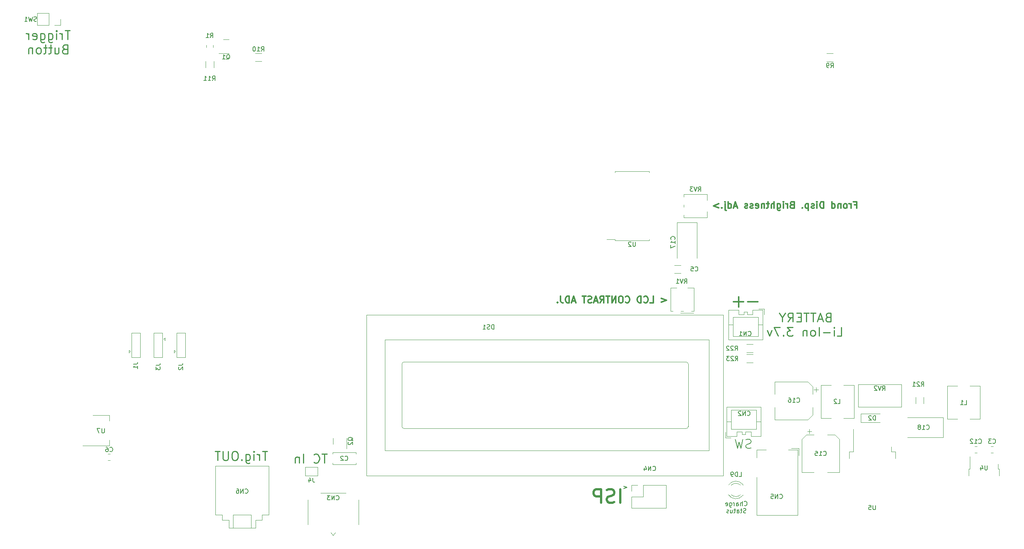
<source format=gbr>
%TF.GenerationSoftware,KiCad,Pcbnew,(6.0.10)*%
%TF.CreationDate,2023-11-27T04:30:22+11:00*%
%TF.ProjectId,Digislate,44696769-736c-4617-9465-2e6b69636164,rev?*%
%TF.SameCoordinates,Original*%
%TF.FileFunction,Legend,Bot*%
%TF.FilePolarity,Positive*%
%FSLAX46Y46*%
G04 Gerber Fmt 4.6, Leading zero omitted, Abs format (unit mm)*
G04 Created by KiCad (PCBNEW (6.0.10)) date 2023-11-27 04:30:22*
%MOMM*%
%LPD*%
G01*
G04 APERTURE LIST*
%ADD10C,0.300000*%
%ADD11C,0.250000*%
%ADD12C,0.350000*%
%ADD13C,0.200000*%
%ADD14C,0.150000*%
%ADD15C,0.550000*%
%ADD16C,0.120000*%
G04 APERTURE END LIST*
D10*
X174832857Y-90828571D02*
X175975714Y-91257142D01*
X174832857Y-91685714D01*
X172261428Y-91828571D02*
X172975714Y-91828571D01*
X172975714Y-90328571D01*
X170904285Y-91685714D02*
X170975714Y-91757142D01*
X171190000Y-91828571D01*
X171332857Y-91828571D01*
X171547142Y-91757142D01*
X171690000Y-91614285D01*
X171761428Y-91471428D01*
X171832857Y-91185714D01*
X171832857Y-90971428D01*
X171761428Y-90685714D01*
X171690000Y-90542857D01*
X171547142Y-90400000D01*
X171332857Y-90328571D01*
X171190000Y-90328571D01*
X170975714Y-90400000D01*
X170904285Y-90471428D01*
X170261428Y-91828571D02*
X170261428Y-90328571D01*
X169904285Y-90328571D01*
X169690000Y-90400000D01*
X169547142Y-90542857D01*
X169475714Y-90685714D01*
X169404285Y-90971428D01*
X169404285Y-91185714D01*
X169475714Y-91471428D01*
X169547142Y-91614285D01*
X169690000Y-91757142D01*
X169904285Y-91828571D01*
X170261428Y-91828571D01*
X166761428Y-91685714D02*
X166832857Y-91757142D01*
X167047142Y-91828571D01*
X167190000Y-91828571D01*
X167404285Y-91757142D01*
X167547142Y-91614285D01*
X167618571Y-91471428D01*
X167690000Y-91185714D01*
X167690000Y-90971428D01*
X167618571Y-90685714D01*
X167547142Y-90542857D01*
X167404285Y-90400000D01*
X167190000Y-90328571D01*
X167047142Y-90328571D01*
X166832857Y-90400000D01*
X166761428Y-90471428D01*
X165832857Y-90328571D02*
X165547142Y-90328571D01*
X165404285Y-90400000D01*
X165261428Y-90542857D01*
X165190000Y-90828571D01*
X165190000Y-91328571D01*
X165261428Y-91614285D01*
X165404285Y-91757142D01*
X165547142Y-91828571D01*
X165832857Y-91828571D01*
X165975714Y-91757142D01*
X166118571Y-91614285D01*
X166190000Y-91328571D01*
X166190000Y-90828571D01*
X166118571Y-90542857D01*
X165975714Y-90400000D01*
X165832857Y-90328571D01*
X164547142Y-91828571D02*
X164547142Y-90328571D01*
X163690000Y-91828571D01*
X163690000Y-90328571D01*
X163190000Y-90328571D02*
X162332857Y-90328571D01*
X162761428Y-91828571D02*
X162761428Y-90328571D01*
X160975714Y-91828571D02*
X161475714Y-91114285D01*
X161832857Y-91828571D02*
X161832857Y-90328571D01*
X161261428Y-90328571D01*
X161118571Y-90400000D01*
X161047142Y-90471428D01*
X160975714Y-90614285D01*
X160975714Y-90828571D01*
X161047142Y-90971428D01*
X161118571Y-91042857D01*
X161261428Y-91114285D01*
X161832857Y-91114285D01*
X160404285Y-91400000D02*
X159690000Y-91400000D01*
X160547142Y-91828571D02*
X160047142Y-90328571D01*
X159547142Y-91828571D01*
X159118571Y-91757142D02*
X158904285Y-91828571D01*
X158547142Y-91828571D01*
X158404285Y-91757142D01*
X158332857Y-91685714D01*
X158261428Y-91542857D01*
X158261428Y-91400000D01*
X158332857Y-91257142D01*
X158404285Y-91185714D01*
X158547142Y-91114285D01*
X158832857Y-91042857D01*
X158975714Y-90971428D01*
X159047142Y-90900000D01*
X159118571Y-90757142D01*
X159118571Y-90614285D01*
X159047142Y-90471428D01*
X158975714Y-90400000D01*
X158832857Y-90328571D01*
X158475714Y-90328571D01*
X158261428Y-90400000D01*
X157832857Y-90328571D02*
X156975714Y-90328571D01*
X157404285Y-91828571D02*
X157404285Y-90328571D01*
X155404285Y-91400000D02*
X154690000Y-91400000D01*
X155547142Y-91828571D02*
X155047142Y-90328571D01*
X154547142Y-91828571D01*
X154047142Y-91828571D02*
X154047142Y-90328571D01*
X153690000Y-90328571D01*
X153475714Y-90400000D01*
X153332857Y-90542857D01*
X153261428Y-90685714D01*
X153190000Y-90971428D01*
X153190000Y-91185714D01*
X153261428Y-91471428D01*
X153332857Y-91614285D01*
X153475714Y-91757142D01*
X153690000Y-91828571D01*
X154047142Y-91828571D01*
X152118571Y-90328571D02*
X152118571Y-91400000D01*
X152190000Y-91614285D01*
X152332857Y-91757142D01*
X152547142Y-91828571D01*
X152690000Y-91828571D01*
X151404285Y-91685714D02*
X151332857Y-91757142D01*
X151404285Y-91828571D01*
X151475714Y-91757142D01*
X151404285Y-91685714D01*
X151404285Y-91828571D01*
D11*
X212350000Y-95047142D02*
X212064285Y-95142380D01*
X211969047Y-95237619D01*
X211873809Y-95428095D01*
X211873809Y-95713809D01*
X211969047Y-95904285D01*
X212064285Y-95999523D01*
X212254761Y-96094761D01*
X213016666Y-96094761D01*
X213016666Y-94094761D01*
X212350000Y-94094761D01*
X212159523Y-94190000D01*
X212064285Y-94285238D01*
X211969047Y-94475714D01*
X211969047Y-94666190D01*
X212064285Y-94856666D01*
X212159523Y-94951904D01*
X212350000Y-95047142D01*
X213016666Y-95047142D01*
X211111904Y-95523333D02*
X210159523Y-95523333D01*
X211302380Y-96094761D02*
X210635714Y-94094761D01*
X209969047Y-96094761D01*
X209588095Y-94094761D02*
X208445238Y-94094761D01*
X209016666Y-96094761D02*
X209016666Y-94094761D01*
X208064285Y-94094761D02*
X206921428Y-94094761D01*
X207492857Y-96094761D02*
X207492857Y-94094761D01*
X206254761Y-95047142D02*
X205588095Y-95047142D01*
X205302380Y-96094761D02*
X206254761Y-96094761D01*
X206254761Y-94094761D01*
X205302380Y-94094761D01*
X203302380Y-96094761D02*
X203969047Y-95142380D01*
X204445238Y-96094761D02*
X204445238Y-94094761D01*
X203683333Y-94094761D01*
X203492857Y-94190000D01*
X203397619Y-94285238D01*
X203302380Y-94475714D01*
X203302380Y-94761428D01*
X203397619Y-94951904D01*
X203492857Y-95047142D01*
X203683333Y-95142380D01*
X204445238Y-95142380D01*
X202064285Y-95142380D02*
X202064285Y-96094761D01*
X202730952Y-94094761D02*
X202064285Y-95142380D01*
X201397619Y-94094761D01*
D12*
X193342857Y-91614285D02*
X191057142Y-91614285D01*
X192200000Y-92757142D02*
X192200000Y-90471428D01*
D11*
X99514285Y-125904761D02*
X98371428Y-125904761D01*
X98942857Y-127904761D02*
X98942857Y-125904761D01*
X96561904Y-127714285D02*
X96657142Y-127809523D01*
X96942857Y-127904761D01*
X97133333Y-127904761D01*
X97419047Y-127809523D01*
X97609523Y-127619047D01*
X97704761Y-127428571D01*
X97800000Y-127047619D01*
X97800000Y-126761904D01*
X97704761Y-126380952D01*
X97609523Y-126190476D01*
X97419047Y-126000000D01*
X97133333Y-125904761D01*
X96942857Y-125904761D01*
X96657142Y-126000000D01*
X96561904Y-126095238D01*
X94180952Y-127904761D02*
X94180952Y-125904761D01*
X93228571Y-126571428D02*
X93228571Y-127904761D01*
X93228571Y-126761904D02*
X93133333Y-126666666D01*
X92942857Y-126571428D01*
X92657142Y-126571428D01*
X92466666Y-126666666D01*
X92371428Y-126857142D01*
X92371428Y-127904761D01*
X41652380Y-30494761D02*
X40509523Y-30494761D01*
X41080952Y-32494761D02*
X41080952Y-30494761D01*
X39842857Y-32494761D02*
X39842857Y-31161428D01*
X39842857Y-31542380D02*
X39747619Y-31351904D01*
X39652380Y-31256666D01*
X39461904Y-31161428D01*
X39271428Y-31161428D01*
X38604761Y-32494761D02*
X38604761Y-31161428D01*
X38604761Y-30494761D02*
X38700000Y-30590000D01*
X38604761Y-30685238D01*
X38509523Y-30590000D01*
X38604761Y-30494761D01*
X38604761Y-30685238D01*
X36795238Y-31161428D02*
X36795238Y-32780476D01*
X36890476Y-32970952D01*
X36985714Y-33066190D01*
X37176190Y-33161428D01*
X37461904Y-33161428D01*
X37652380Y-33066190D01*
X36795238Y-32399523D02*
X36985714Y-32494761D01*
X37366666Y-32494761D01*
X37557142Y-32399523D01*
X37652380Y-32304285D01*
X37747619Y-32113809D01*
X37747619Y-31542380D01*
X37652380Y-31351904D01*
X37557142Y-31256666D01*
X37366666Y-31161428D01*
X36985714Y-31161428D01*
X36795238Y-31256666D01*
X34985714Y-31161428D02*
X34985714Y-32780476D01*
X35080952Y-32970952D01*
X35176190Y-33066190D01*
X35366666Y-33161428D01*
X35652380Y-33161428D01*
X35842857Y-33066190D01*
X34985714Y-32399523D02*
X35176190Y-32494761D01*
X35557142Y-32494761D01*
X35747619Y-32399523D01*
X35842857Y-32304285D01*
X35938095Y-32113809D01*
X35938095Y-31542380D01*
X35842857Y-31351904D01*
X35747619Y-31256666D01*
X35557142Y-31161428D01*
X35176190Y-31161428D01*
X34985714Y-31256666D01*
X33271428Y-32399523D02*
X33461904Y-32494761D01*
X33842857Y-32494761D01*
X34033333Y-32399523D01*
X34128571Y-32209047D01*
X34128571Y-31447142D01*
X34033333Y-31256666D01*
X33842857Y-31161428D01*
X33461904Y-31161428D01*
X33271428Y-31256666D01*
X33176190Y-31447142D01*
X33176190Y-31637619D01*
X34128571Y-31828095D01*
X32319047Y-32494761D02*
X32319047Y-31161428D01*
X32319047Y-31542380D02*
X32223809Y-31351904D01*
X32128571Y-31256666D01*
X31938095Y-31161428D01*
X31747619Y-31161428D01*
X40414285Y-34667142D02*
X40128571Y-34762380D01*
X40033333Y-34857619D01*
X39938095Y-35048095D01*
X39938095Y-35333809D01*
X40033333Y-35524285D01*
X40128571Y-35619523D01*
X40319047Y-35714761D01*
X41080952Y-35714761D01*
X41080952Y-33714761D01*
X40414285Y-33714761D01*
X40223809Y-33810000D01*
X40128571Y-33905238D01*
X40033333Y-34095714D01*
X40033333Y-34286190D01*
X40128571Y-34476666D01*
X40223809Y-34571904D01*
X40414285Y-34667142D01*
X41080952Y-34667142D01*
X38223809Y-34381428D02*
X38223809Y-35714761D01*
X39080952Y-34381428D02*
X39080952Y-35429047D01*
X38985714Y-35619523D01*
X38795238Y-35714761D01*
X38509523Y-35714761D01*
X38319047Y-35619523D01*
X38223809Y-35524285D01*
X37557142Y-34381428D02*
X36795238Y-34381428D01*
X37271428Y-33714761D02*
X37271428Y-35429047D01*
X37176190Y-35619523D01*
X36985714Y-35714761D01*
X36795238Y-35714761D01*
X36414285Y-34381428D02*
X35652380Y-34381428D01*
X36128571Y-33714761D02*
X36128571Y-35429047D01*
X36033333Y-35619523D01*
X35842857Y-35714761D01*
X35652380Y-35714761D01*
X34700000Y-35714761D02*
X34890476Y-35619523D01*
X34985714Y-35524285D01*
X35080952Y-35333809D01*
X35080952Y-34762380D01*
X34985714Y-34571904D01*
X34890476Y-34476666D01*
X34700000Y-34381428D01*
X34414285Y-34381428D01*
X34223809Y-34476666D01*
X34128571Y-34571904D01*
X34033333Y-34762380D01*
X34033333Y-35333809D01*
X34128571Y-35524285D01*
X34223809Y-35619523D01*
X34414285Y-35714761D01*
X34700000Y-35714761D01*
X33176190Y-34381428D02*
X33176190Y-35714761D01*
X33176190Y-34571904D02*
X33080952Y-34476666D01*
X32890476Y-34381428D01*
X32604761Y-34381428D01*
X32414285Y-34476666D01*
X32319047Y-34667142D01*
X32319047Y-35714761D01*
D13*
X195014285Y-124509523D02*
X194728571Y-124604761D01*
X194252380Y-124604761D01*
X194061904Y-124509523D01*
X193966666Y-124414285D01*
X193871428Y-124223809D01*
X193871428Y-124033333D01*
X193966666Y-123842857D01*
X194061904Y-123747619D01*
X194252380Y-123652380D01*
X194633333Y-123557142D01*
X194823809Y-123461904D01*
X194919047Y-123366666D01*
X195014285Y-123176190D01*
X195014285Y-122985714D01*
X194919047Y-122795238D01*
X194823809Y-122700000D01*
X194633333Y-122604761D01*
X194157142Y-122604761D01*
X193871428Y-122700000D01*
X193204761Y-122604761D02*
X192728571Y-124604761D01*
X192347619Y-123176190D01*
X191966666Y-124604761D01*
X191490476Y-122604761D01*
D11*
X214425714Y-99334761D02*
X215378095Y-99334761D01*
X215378095Y-97334761D01*
X213759047Y-99334761D02*
X213759047Y-98001428D01*
X213759047Y-97334761D02*
X213854285Y-97430000D01*
X213759047Y-97525238D01*
X213663809Y-97430000D01*
X213759047Y-97334761D01*
X213759047Y-97525238D01*
X212806666Y-98572857D02*
X211282857Y-98572857D01*
X210330476Y-99334761D02*
X210330476Y-97334761D01*
X209092380Y-99334761D02*
X209282857Y-99239523D01*
X209378095Y-99144285D01*
X209473333Y-98953809D01*
X209473333Y-98382380D01*
X209378095Y-98191904D01*
X209282857Y-98096666D01*
X209092380Y-98001428D01*
X208806666Y-98001428D01*
X208616190Y-98096666D01*
X208520952Y-98191904D01*
X208425714Y-98382380D01*
X208425714Y-98953809D01*
X208520952Y-99144285D01*
X208616190Y-99239523D01*
X208806666Y-99334761D01*
X209092380Y-99334761D01*
X207568571Y-98001428D02*
X207568571Y-99334761D01*
X207568571Y-98191904D02*
X207473333Y-98096666D01*
X207282857Y-98001428D01*
X206997142Y-98001428D01*
X206806666Y-98096666D01*
X206711428Y-98287142D01*
X206711428Y-99334761D01*
X204425714Y-97334761D02*
X203187619Y-97334761D01*
X203854285Y-98096666D01*
X203568571Y-98096666D01*
X203378095Y-98191904D01*
X203282857Y-98287142D01*
X203187619Y-98477619D01*
X203187619Y-98953809D01*
X203282857Y-99144285D01*
X203378095Y-99239523D01*
X203568571Y-99334761D01*
X204140000Y-99334761D01*
X204330476Y-99239523D01*
X204425714Y-99144285D01*
X202330476Y-99144285D02*
X202235238Y-99239523D01*
X202330476Y-99334761D01*
X202425714Y-99239523D01*
X202330476Y-99144285D01*
X202330476Y-99334761D01*
X201568571Y-97334761D02*
X200235238Y-97334761D01*
X201092380Y-99334761D01*
X199663809Y-98001428D02*
X199187619Y-99334761D01*
X198711428Y-98001428D01*
D10*
X218297142Y-69752857D02*
X218797142Y-69752857D01*
X218797142Y-70538571D02*
X218797142Y-69038571D01*
X218082857Y-69038571D01*
X217511428Y-70538571D02*
X217511428Y-69538571D01*
X217511428Y-69824285D02*
X217440000Y-69681428D01*
X217368571Y-69610000D01*
X217225714Y-69538571D01*
X217082857Y-69538571D01*
X216368571Y-70538571D02*
X216511428Y-70467142D01*
X216582857Y-70395714D01*
X216654285Y-70252857D01*
X216654285Y-69824285D01*
X216582857Y-69681428D01*
X216511428Y-69610000D01*
X216368571Y-69538571D01*
X216154285Y-69538571D01*
X216011428Y-69610000D01*
X215940000Y-69681428D01*
X215868571Y-69824285D01*
X215868571Y-70252857D01*
X215940000Y-70395714D01*
X216011428Y-70467142D01*
X216154285Y-70538571D01*
X216368571Y-70538571D01*
X215225714Y-69538571D02*
X215225714Y-70538571D01*
X215225714Y-69681428D02*
X215154285Y-69610000D01*
X215011428Y-69538571D01*
X214797142Y-69538571D01*
X214654285Y-69610000D01*
X214582857Y-69752857D01*
X214582857Y-70538571D01*
X213225714Y-70538571D02*
X213225714Y-69038571D01*
X213225714Y-70467142D02*
X213368571Y-70538571D01*
X213654285Y-70538571D01*
X213797142Y-70467142D01*
X213868571Y-70395714D01*
X213940000Y-70252857D01*
X213940000Y-69824285D01*
X213868571Y-69681428D01*
X213797142Y-69610000D01*
X213654285Y-69538571D01*
X213368571Y-69538571D01*
X213225714Y-69610000D01*
X211368571Y-70538571D02*
X211368571Y-69038571D01*
X211011428Y-69038571D01*
X210797142Y-69110000D01*
X210654285Y-69252857D01*
X210582857Y-69395714D01*
X210511428Y-69681428D01*
X210511428Y-69895714D01*
X210582857Y-70181428D01*
X210654285Y-70324285D01*
X210797142Y-70467142D01*
X211011428Y-70538571D01*
X211368571Y-70538571D01*
X209868571Y-70538571D02*
X209868571Y-69538571D01*
X209868571Y-69038571D02*
X209940000Y-69110000D01*
X209868571Y-69181428D01*
X209797142Y-69110000D01*
X209868571Y-69038571D01*
X209868571Y-69181428D01*
X209225714Y-70467142D02*
X209082857Y-70538571D01*
X208797142Y-70538571D01*
X208654285Y-70467142D01*
X208582857Y-70324285D01*
X208582857Y-70252857D01*
X208654285Y-70110000D01*
X208797142Y-70038571D01*
X209011428Y-70038571D01*
X209154285Y-69967142D01*
X209225714Y-69824285D01*
X209225714Y-69752857D01*
X209154285Y-69610000D01*
X209011428Y-69538571D01*
X208797142Y-69538571D01*
X208654285Y-69610000D01*
X207940000Y-69538571D02*
X207940000Y-71038571D01*
X207940000Y-69610000D02*
X207797142Y-69538571D01*
X207511428Y-69538571D01*
X207368571Y-69610000D01*
X207297142Y-69681428D01*
X207225714Y-69824285D01*
X207225714Y-70252857D01*
X207297142Y-70395714D01*
X207368571Y-70467142D01*
X207511428Y-70538571D01*
X207797142Y-70538571D01*
X207940000Y-70467142D01*
X206582857Y-70395714D02*
X206511428Y-70467142D01*
X206582857Y-70538571D01*
X206654285Y-70467142D01*
X206582857Y-70395714D01*
X206582857Y-70538571D01*
X204225714Y-69752857D02*
X204011428Y-69824285D01*
X203940000Y-69895714D01*
X203868571Y-70038571D01*
X203868571Y-70252857D01*
X203940000Y-70395714D01*
X204011428Y-70467142D01*
X204154285Y-70538571D01*
X204725714Y-70538571D01*
X204725714Y-69038571D01*
X204225714Y-69038571D01*
X204082857Y-69110000D01*
X204011428Y-69181428D01*
X203940000Y-69324285D01*
X203940000Y-69467142D01*
X204011428Y-69610000D01*
X204082857Y-69681428D01*
X204225714Y-69752857D01*
X204725714Y-69752857D01*
X203225714Y-70538571D02*
X203225714Y-69538571D01*
X203225714Y-69824285D02*
X203154285Y-69681428D01*
X203082857Y-69610000D01*
X202940000Y-69538571D01*
X202797142Y-69538571D01*
X202297142Y-70538571D02*
X202297142Y-69538571D01*
X202297142Y-69038571D02*
X202368571Y-69110000D01*
X202297142Y-69181428D01*
X202225714Y-69110000D01*
X202297142Y-69038571D01*
X202297142Y-69181428D01*
X200940000Y-69538571D02*
X200940000Y-70752857D01*
X201011428Y-70895714D01*
X201082857Y-70967142D01*
X201225714Y-71038571D01*
X201440000Y-71038571D01*
X201582857Y-70967142D01*
X200940000Y-70467142D02*
X201082857Y-70538571D01*
X201368571Y-70538571D01*
X201511428Y-70467142D01*
X201582857Y-70395714D01*
X201654285Y-70252857D01*
X201654285Y-69824285D01*
X201582857Y-69681428D01*
X201511428Y-69610000D01*
X201368571Y-69538571D01*
X201082857Y-69538571D01*
X200940000Y-69610000D01*
X200225714Y-70538571D02*
X200225714Y-69038571D01*
X199582857Y-70538571D02*
X199582857Y-69752857D01*
X199654285Y-69610000D01*
X199797142Y-69538571D01*
X200011428Y-69538571D01*
X200154285Y-69610000D01*
X200225714Y-69681428D01*
X199082857Y-69538571D02*
X198511428Y-69538571D01*
X198868571Y-69038571D02*
X198868571Y-70324285D01*
X198797142Y-70467142D01*
X198654285Y-70538571D01*
X198511428Y-70538571D01*
X198011428Y-69538571D02*
X198011428Y-70538571D01*
X198011428Y-69681428D02*
X197940000Y-69610000D01*
X197797142Y-69538571D01*
X197582857Y-69538571D01*
X197440000Y-69610000D01*
X197368571Y-69752857D01*
X197368571Y-70538571D01*
X196082857Y-70467142D02*
X196225714Y-70538571D01*
X196511428Y-70538571D01*
X196654285Y-70467142D01*
X196725714Y-70324285D01*
X196725714Y-69752857D01*
X196654285Y-69610000D01*
X196511428Y-69538571D01*
X196225714Y-69538571D01*
X196082857Y-69610000D01*
X196011428Y-69752857D01*
X196011428Y-69895714D01*
X196725714Y-70038571D01*
X195440000Y-70467142D02*
X195297142Y-70538571D01*
X195011428Y-70538571D01*
X194868571Y-70467142D01*
X194797142Y-70324285D01*
X194797142Y-70252857D01*
X194868571Y-70110000D01*
X195011428Y-70038571D01*
X195225714Y-70038571D01*
X195368571Y-69967142D01*
X195440000Y-69824285D01*
X195440000Y-69752857D01*
X195368571Y-69610000D01*
X195225714Y-69538571D01*
X195011428Y-69538571D01*
X194868571Y-69610000D01*
X194225714Y-70467142D02*
X194082857Y-70538571D01*
X193797142Y-70538571D01*
X193654285Y-70467142D01*
X193582857Y-70324285D01*
X193582857Y-70252857D01*
X193654285Y-70110000D01*
X193797142Y-70038571D01*
X194011428Y-70038571D01*
X194154285Y-69967142D01*
X194225714Y-69824285D01*
X194225714Y-69752857D01*
X194154285Y-69610000D01*
X194011428Y-69538571D01*
X193797142Y-69538571D01*
X193654285Y-69610000D01*
X191868571Y-70110000D02*
X191154285Y-70110000D01*
X192011428Y-70538571D02*
X191511428Y-69038571D01*
X191011428Y-70538571D01*
X189868571Y-70538571D02*
X189868571Y-69038571D01*
X189868571Y-70467142D02*
X190011428Y-70538571D01*
X190297142Y-70538571D01*
X190440000Y-70467142D01*
X190511428Y-70395714D01*
X190582857Y-70252857D01*
X190582857Y-69824285D01*
X190511428Y-69681428D01*
X190440000Y-69610000D01*
X190297142Y-69538571D01*
X190011428Y-69538571D01*
X189868571Y-69610000D01*
X189154285Y-69538571D02*
X189154285Y-70824285D01*
X189225714Y-70967142D01*
X189368571Y-71038571D01*
X189440000Y-71038571D01*
X189154285Y-69038571D02*
X189225714Y-69110000D01*
X189154285Y-69181428D01*
X189082857Y-69110000D01*
X189154285Y-69038571D01*
X189154285Y-69181428D01*
X188440000Y-70395714D02*
X188368571Y-70467142D01*
X188440000Y-70538571D01*
X188511428Y-70467142D01*
X188440000Y-70395714D01*
X188440000Y-70538571D01*
X187725714Y-69538571D02*
X186582857Y-69967142D01*
X187725714Y-70395714D01*
D12*
X196542857Y-91614285D02*
X194257142Y-91614285D01*
D14*
X193485714Y-137452142D02*
X193533333Y-137499761D01*
X193676190Y-137547380D01*
X193771428Y-137547380D01*
X193914285Y-137499761D01*
X194009523Y-137404523D01*
X194057142Y-137309285D01*
X194104761Y-137118809D01*
X194104761Y-136975952D01*
X194057142Y-136785476D01*
X194009523Y-136690238D01*
X193914285Y-136595000D01*
X193771428Y-136547380D01*
X193676190Y-136547380D01*
X193533333Y-136595000D01*
X193485714Y-136642619D01*
X193057142Y-137547380D02*
X193057142Y-136547380D01*
X192628571Y-137547380D02*
X192628571Y-137023571D01*
X192676190Y-136928333D01*
X192771428Y-136880714D01*
X192914285Y-136880714D01*
X193009523Y-136928333D01*
X193057142Y-136975952D01*
X191723809Y-137547380D02*
X191723809Y-137023571D01*
X191771428Y-136928333D01*
X191866666Y-136880714D01*
X192057142Y-136880714D01*
X192152380Y-136928333D01*
X191723809Y-137499761D02*
X191819047Y-137547380D01*
X192057142Y-137547380D01*
X192152380Y-137499761D01*
X192200000Y-137404523D01*
X192200000Y-137309285D01*
X192152380Y-137214047D01*
X192057142Y-137166428D01*
X191819047Y-137166428D01*
X191723809Y-137118809D01*
X191247619Y-137547380D02*
X191247619Y-136880714D01*
X191247619Y-137071190D02*
X191200000Y-136975952D01*
X191152380Y-136928333D01*
X191057142Y-136880714D01*
X190961904Y-136880714D01*
X190200000Y-136880714D02*
X190200000Y-137690238D01*
X190247619Y-137785476D01*
X190295238Y-137833095D01*
X190390476Y-137880714D01*
X190533333Y-137880714D01*
X190628571Y-137833095D01*
X190200000Y-137499761D02*
X190295238Y-137547380D01*
X190485714Y-137547380D01*
X190580952Y-137499761D01*
X190628571Y-137452142D01*
X190676190Y-137356904D01*
X190676190Y-137071190D01*
X190628571Y-136975952D01*
X190580952Y-136928333D01*
X190485714Y-136880714D01*
X190295238Y-136880714D01*
X190200000Y-136928333D01*
X189342857Y-137499761D02*
X189438095Y-137547380D01*
X189628571Y-137547380D01*
X189723809Y-137499761D01*
X189771428Y-137404523D01*
X189771428Y-137023571D01*
X189723809Y-136928333D01*
X189628571Y-136880714D01*
X189438095Y-136880714D01*
X189342857Y-136928333D01*
X189295238Y-137023571D01*
X189295238Y-137118809D01*
X189771428Y-137214047D01*
X193866666Y-139109761D02*
X193723809Y-139157380D01*
X193485714Y-139157380D01*
X193390476Y-139109761D01*
X193342857Y-139062142D01*
X193295238Y-138966904D01*
X193295238Y-138871666D01*
X193342857Y-138776428D01*
X193390476Y-138728809D01*
X193485714Y-138681190D01*
X193676190Y-138633571D01*
X193771428Y-138585952D01*
X193819047Y-138538333D01*
X193866666Y-138443095D01*
X193866666Y-138347857D01*
X193819047Y-138252619D01*
X193771428Y-138205000D01*
X193676190Y-138157380D01*
X193438095Y-138157380D01*
X193295238Y-138205000D01*
X193009523Y-138490714D02*
X192628571Y-138490714D01*
X192866666Y-138157380D02*
X192866666Y-139014523D01*
X192819047Y-139109761D01*
X192723809Y-139157380D01*
X192628571Y-139157380D01*
X191866666Y-139157380D02*
X191866666Y-138633571D01*
X191914285Y-138538333D01*
X192009523Y-138490714D01*
X192200000Y-138490714D01*
X192295238Y-138538333D01*
X191866666Y-139109761D02*
X191961904Y-139157380D01*
X192200000Y-139157380D01*
X192295238Y-139109761D01*
X192342857Y-139014523D01*
X192342857Y-138919285D01*
X192295238Y-138824047D01*
X192200000Y-138776428D01*
X191961904Y-138776428D01*
X191866666Y-138728809D01*
X191533333Y-138490714D02*
X191152380Y-138490714D01*
X191390476Y-138157380D02*
X191390476Y-139014523D01*
X191342857Y-139109761D01*
X191247619Y-139157380D01*
X191152380Y-139157380D01*
X190390476Y-138490714D02*
X190390476Y-139157380D01*
X190819047Y-138490714D02*
X190819047Y-139014523D01*
X190771428Y-139109761D01*
X190676190Y-139157380D01*
X190533333Y-139157380D01*
X190438095Y-139109761D01*
X190390476Y-139062142D01*
X189961904Y-139109761D02*
X189866666Y-139157380D01*
X189676190Y-139157380D01*
X189580952Y-139109761D01*
X189533333Y-139014523D01*
X189533333Y-138966904D01*
X189580952Y-138871666D01*
X189676190Y-138824047D01*
X189819047Y-138824047D01*
X189914285Y-138776428D01*
X189961904Y-138681190D01*
X189961904Y-138633571D01*
X189914285Y-138538333D01*
X189819047Y-138490714D01*
X189676190Y-138490714D01*
X189580952Y-138538333D01*
X166319047Y-133714285D02*
X167080952Y-133428571D01*
X166319047Y-133142857D01*
D11*
X86104761Y-125304761D02*
X84961904Y-125304761D01*
X85533333Y-127304761D02*
X85533333Y-125304761D01*
X84295238Y-127304761D02*
X84295238Y-125971428D01*
X84295238Y-126352380D02*
X84200000Y-126161904D01*
X84104761Y-126066666D01*
X83914285Y-125971428D01*
X83723809Y-125971428D01*
X83057142Y-127304761D02*
X83057142Y-125971428D01*
X83057142Y-125304761D02*
X83152380Y-125400000D01*
X83057142Y-125495238D01*
X82961904Y-125400000D01*
X83057142Y-125304761D01*
X83057142Y-125495238D01*
X81247619Y-125971428D02*
X81247619Y-127590476D01*
X81342857Y-127780952D01*
X81438095Y-127876190D01*
X81628571Y-127971428D01*
X81914285Y-127971428D01*
X82104761Y-127876190D01*
X81247619Y-127209523D02*
X81438095Y-127304761D01*
X81819047Y-127304761D01*
X82009523Y-127209523D01*
X82104761Y-127114285D01*
X82200000Y-126923809D01*
X82200000Y-126352380D01*
X82104761Y-126161904D01*
X82009523Y-126066666D01*
X81819047Y-125971428D01*
X81438095Y-125971428D01*
X81247619Y-126066666D01*
X80295238Y-127114285D02*
X80200000Y-127209523D01*
X80295238Y-127304761D01*
X80390476Y-127209523D01*
X80295238Y-127114285D01*
X80295238Y-127304761D01*
X78961904Y-125304761D02*
X78580952Y-125304761D01*
X78390476Y-125400000D01*
X78200000Y-125590476D01*
X78104761Y-125971428D01*
X78104761Y-126638095D01*
X78200000Y-127019047D01*
X78390476Y-127209523D01*
X78580952Y-127304761D01*
X78961904Y-127304761D01*
X79152380Y-127209523D01*
X79342857Y-127019047D01*
X79438095Y-126638095D01*
X79438095Y-125971428D01*
X79342857Y-125590476D01*
X79152380Y-125400000D01*
X78961904Y-125304761D01*
X77247619Y-125304761D02*
X77247619Y-126923809D01*
X77152380Y-127114285D01*
X77057142Y-127209523D01*
X76866666Y-127304761D01*
X76485714Y-127304761D01*
X76295238Y-127209523D01*
X76200000Y-127114285D01*
X76104761Y-126923809D01*
X76104761Y-125304761D01*
X75438095Y-125304761D02*
X74295238Y-125304761D01*
X74866666Y-127304761D02*
X74866666Y-125304761D01*
D15*
X165528571Y-136857142D02*
X165528571Y-133857142D01*
X164242857Y-136714285D02*
X163814285Y-136857142D01*
X163100000Y-136857142D01*
X162814285Y-136714285D01*
X162671428Y-136571428D01*
X162528571Y-136285714D01*
X162528571Y-136000000D01*
X162671428Y-135714285D01*
X162814285Y-135571428D01*
X163100000Y-135428571D01*
X163671428Y-135285714D01*
X163957142Y-135142857D01*
X164100000Y-135000000D01*
X164242857Y-134714285D01*
X164242857Y-134428571D01*
X164100000Y-134142857D01*
X163957142Y-134000000D01*
X163671428Y-133857142D01*
X162957142Y-133857142D01*
X162528571Y-134000000D01*
X161242857Y-136857142D02*
X161242857Y-133857142D01*
X160100000Y-133857142D01*
X159814285Y-134000000D01*
X159671428Y-134142857D01*
X159528571Y-134428571D01*
X159528571Y-134857142D01*
X159671428Y-135142857D01*
X159814285Y-135285714D01*
X160100000Y-135428571D01*
X161242857Y-135428571D01*
D14*
%TO.C,R21*%
X233342857Y-110652380D02*
X233676190Y-110176190D01*
X233914285Y-110652380D02*
X233914285Y-109652380D01*
X233533333Y-109652380D01*
X233438095Y-109700000D01*
X233390476Y-109747619D01*
X233342857Y-109842857D01*
X233342857Y-109985714D01*
X233390476Y-110080952D01*
X233438095Y-110128571D01*
X233533333Y-110176190D01*
X233914285Y-110176190D01*
X232961904Y-109747619D02*
X232914285Y-109700000D01*
X232819047Y-109652380D01*
X232580952Y-109652380D01*
X232485714Y-109700000D01*
X232438095Y-109747619D01*
X232390476Y-109842857D01*
X232390476Y-109938095D01*
X232438095Y-110080952D01*
X233009523Y-110652380D01*
X232390476Y-110652380D01*
X231438095Y-110652380D02*
X232009523Y-110652380D01*
X231723809Y-110652380D02*
X231723809Y-109652380D01*
X231819047Y-109795238D01*
X231914285Y-109890476D01*
X232009523Y-109938095D01*
%TO.C,C2*%
X103566666Y-127257142D02*
X103614285Y-127304761D01*
X103757142Y-127352380D01*
X103852380Y-127352380D01*
X103995238Y-127304761D01*
X104090476Y-127209523D01*
X104138095Y-127114285D01*
X104185714Y-126923809D01*
X104185714Y-126780952D01*
X104138095Y-126590476D01*
X104090476Y-126495238D01*
X103995238Y-126400000D01*
X103852380Y-126352380D01*
X103757142Y-126352380D01*
X103614285Y-126400000D01*
X103566666Y-126447619D01*
X103185714Y-126447619D02*
X103138095Y-126400000D01*
X103042857Y-126352380D01*
X102804761Y-126352380D01*
X102709523Y-126400000D01*
X102661904Y-126447619D01*
X102614285Y-126542857D01*
X102614285Y-126638095D01*
X102661904Y-126780952D01*
X103233333Y-127352380D01*
X102614285Y-127352380D01*
%TO.C,SW1*%
X34099333Y-28344761D02*
X33956476Y-28392380D01*
X33718380Y-28392380D01*
X33623142Y-28344761D01*
X33575523Y-28297142D01*
X33527904Y-28201904D01*
X33527904Y-28106666D01*
X33575523Y-28011428D01*
X33623142Y-27963809D01*
X33718380Y-27916190D01*
X33908857Y-27868571D01*
X34004095Y-27820952D01*
X34051714Y-27773333D01*
X34099333Y-27678095D01*
X34099333Y-27582857D01*
X34051714Y-27487619D01*
X34004095Y-27440000D01*
X33908857Y-27392380D01*
X33670761Y-27392380D01*
X33527904Y-27440000D01*
X33194571Y-27392380D02*
X32956476Y-28392380D01*
X32766000Y-27678095D01*
X32575523Y-28392380D01*
X32337428Y-27392380D01*
X31432666Y-28392380D02*
X32004095Y-28392380D01*
X31718380Y-28392380D02*
X31718380Y-27392380D01*
X31813619Y-27535238D01*
X31908857Y-27630476D01*
X32004095Y-27678095D01*
%TO.C,C12*%
X246292857Y-123437142D02*
X246340476Y-123484761D01*
X246483333Y-123532380D01*
X246578571Y-123532380D01*
X246721428Y-123484761D01*
X246816666Y-123389523D01*
X246864285Y-123294285D01*
X246911904Y-123103809D01*
X246911904Y-122960952D01*
X246864285Y-122770476D01*
X246816666Y-122675238D01*
X246721428Y-122580000D01*
X246578571Y-122532380D01*
X246483333Y-122532380D01*
X246340476Y-122580000D01*
X246292857Y-122627619D01*
X245340476Y-123532380D02*
X245911904Y-123532380D01*
X245626190Y-123532380D02*
X245626190Y-122532380D01*
X245721428Y-122675238D01*
X245816666Y-122770476D01*
X245911904Y-122818095D01*
X244959523Y-122627619D02*
X244911904Y-122580000D01*
X244816666Y-122532380D01*
X244578571Y-122532380D01*
X244483333Y-122580000D01*
X244435714Y-122627619D01*
X244388095Y-122722857D01*
X244388095Y-122818095D01*
X244435714Y-122960952D01*
X245007142Y-123532380D01*
X244388095Y-123532380D01*
%TO.C,R9*%
X212969166Y-38832380D02*
X213302500Y-38356190D01*
X213540595Y-38832380D02*
X213540595Y-37832380D01*
X213159642Y-37832380D01*
X213064404Y-37880000D01*
X213016785Y-37927619D01*
X212969166Y-38022857D01*
X212969166Y-38165714D01*
X213016785Y-38260952D01*
X213064404Y-38308571D01*
X213159642Y-38356190D01*
X213540595Y-38356190D01*
X212492976Y-38832380D02*
X212302500Y-38832380D01*
X212207261Y-38784761D01*
X212159642Y-38737142D01*
X212064404Y-38594285D01*
X212016785Y-38403809D01*
X212016785Y-38022857D01*
X212064404Y-37927619D01*
X212112023Y-37880000D01*
X212207261Y-37832380D01*
X212397738Y-37832380D01*
X212492976Y-37880000D01*
X212540595Y-37927619D01*
X212588214Y-38022857D01*
X212588214Y-38260952D01*
X212540595Y-38356190D01*
X212492976Y-38403809D01*
X212397738Y-38451428D01*
X212207261Y-38451428D01*
X212112023Y-38403809D01*
X212064404Y-38356190D01*
X212016785Y-38260952D01*
%TO.C,J1*%
X55892380Y-105628666D02*
X56606666Y-105628666D01*
X56749523Y-105581047D01*
X56844761Y-105485809D01*
X56892380Y-105342952D01*
X56892380Y-105247714D01*
X56892380Y-106628666D02*
X56892380Y-106057238D01*
X56892380Y-106342952D02*
X55892380Y-106342952D01*
X56035238Y-106247714D01*
X56130476Y-106152476D01*
X56178095Y-106057238D01*
%TO.C,C16*%
X205342857Y-114157142D02*
X205390476Y-114204761D01*
X205533333Y-114252380D01*
X205628571Y-114252380D01*
X205771428Y-114204761D01*
X205866666Y-114109523D01*
X205914285Y-114014285D01*
X205961904Y-113823809D01*
X205961904Y-113680952D01*
X205914285Y-113490476D01*
X205866666Y-113395238D01*
X205771428Y-113300000D01*
X205628571Y-113252380D01*
X205533333Y-113252380D01*
X205390476Y-113300000D01*
X205342857Y-113347619D01*
X204390476Y-114252380D02*
X204961904Y-114252380D01*
X204676190Y-114252380D02*
X204676190Y-113252380D01*
X204771428Y-113395238D01*
X204866666Y-113490476D01*
X204961904Y-113538095D01*
X203533333Y-113252380D02*
X203723809Y-113252380D01*
X203819047Y-113300000D01*
X203866666Y-113347619D01*
X203961904Y-113490476D01*
X204009523Y-113680952D01*
X204009523Y-114061904D01*
X203961904Y-114157142D01*
X203914285Y-114204761D01*
X203819047Y-114252380D01*
X203628571Y-114252380D01*
X203533333Y-114204761D01*
X203485714Y-114157142D01*
X203438095Y-114061904D01*
X203438095Y-113823809D01*
X203485714Y-113728571D01*
X203533333Y-113680952D01*
X203628571Y-113633333D01*
X203819047Y-113633333D01*
X203914285Y-113680952D01*
X203961904Y-113728571D01*
X204009523Y-113823809D01*
%TO.C,RV3*%
X183125238Y-66702380D02*
X183458571Y-66226190D01*
X183696666Y-66702380D02*
X183696666Y-65702380D01*
X183315714Y-65702380D01*
X183220476Y-65750000D01*
X183172857Y-65797619D01*
X183125238Y-65892857D01*
X183125238Y-66035714D01*
X183172857Y-66130952D01*
X183220476Y-66178571D01*
X183315714Y-66226190D01*
X183696666Y-66226190D01*
X182839523Y-65702380D02*
X182506190Y-66702380D01*
X182172857Y-65702380D01*
X181934761Y-65702380D02*
X181315714Y-65702380D01*
X181649047Y-66083333D01*
X181506190Y-66083333D01*
X181410952Y-66130952D01*
X181363333Y-66178571D01*
X181315714Y-66273809D01*
X181315714Y-66511904D01*
X181363333Y-66607142D01*
X181410952Y-66654761D01*
X181506190Y-66702380D01*
X181791904Y-66702380D01*
X181887142Y-66654761D01*
X181934761Y-66607142D01*
%TO.C,Q2*%
X105347619Y-122904761D02*
X105300000Y-122809523D01*
X105204761Y-122714285D01*
X105061904Y-122571428D01*
X105014285Y-122476190D01*
X105014285Y-122380952D01*
X105252380Y-122428571D02*
X105204761Y-122333333D01*
X105109523Y-122238095D01*
X104919047Y-122190476D01*
X104585714Y-122190476D01*
X104395238Y-122238095D01*
X104300000Y-122333333D01*
X104252380Y-122428571D01*
X104252380Y-122619047D01*
X104300000Y-122714285D01*
X104395238Y-122809523D01*
X104585714Y-122857142D01*
X104919047Y-122857142D01*
X105109523Y-122809523D01*
X105204761Y-122714285D01*
X105252380Y-122619047D01*
X105252380Y-122428571D01*
X104347619Y-123238095D02*
X104300000Y-123285714D01*
X104252380Y-123380952D01*
X104252380Y-123619047D01*
X104300000Y-123714285D01*
X104347619Y-123761904D01*
X104442857Y-123809523D01*
X104538095Y-123809523D01*
X104680952Y-123761904D01*
X105252380Y-123190476D01*
X105252380Y-123809523D01*
%TO.C,RV2*%
X224595238Y-111552380D02*
X224928571Y-111076190D01*
X225166666Y-111552380D02*
X225166666Y-110552380D01*
X224785714Y-110552380D01*
X224690476Y-110600000D01*
X224642857Y-110647619D01*
X224595238Y-110742857D01*
X224595238Y-110885714D01*
X224642857Y-110980952D01*
X224690476Y-111028571D01*
X224785714Y-111076190D01*
X225166666Y-111076190D01*
X224309523Y-110552380D02*
X223976190Y-111552380D01*
X223642857Y-110552380D01*
X223357142Y-110647619D02*
X223309523Y-110600000D01*
X223214285Y-110552380D01*
X222976190Y-110552380D01*
X222880952Y-110600000D01*
X222833333Y-110647619D01*
X222785714Y-110742857D01*
X222785714Y-110838095D01*
X222833333Y-110980952D01*
X223404761Y-111552380D01*
X222785714Y-111552380D01*
%TO.C,C17*%
X177827142Y-77519642D02*
X177874761Y-77472023D01*
X177922380Y-77329166D01*
X177922380Y-77233928D01*
X177874761Y-77091071D01*
X177779523Y-76995833D01*
X177684285Y-76948214D01*
X177493809Y-76900595D01*
X177350952Y-76900595D01*
X177160476Y-76948214D01*
X177065238Y-76995833D01*
X176970000Y-77091071D01*
X176922380Y-77233928D01*
X176922380Y-77329166D01*
X176970000Y-77472023D01*
X177017619Y-77519642D01*
X177922380Y-78472023D02*
X177922380Y-77900595D01*
X177922380Y-78186309D02*
X176922380Y-78186309D01*
X177065238Y-78091071D01*
X177160476Y-77995833D01*
X177208095Y-77900595D01*
X176922380Y-78805357D02*
X176922380Y-79472023D01*
X177922380Y-79043452D01*
%TO.C,R10*%
X84722857Y-35142380D02*
X85056190Y-34666190D01*
X85294285Y-35142380D02*
X85294285Y-34142380D01*
X84913333Y-34142380D01*
X84818095Y-34190000D01*
X84770476Y-34237619D01*
X84722857Y-34332857D01*
X84722857Y-34475714D01*
X84770476Y-34570952D01*
X84818095Y-34618571D01*
X84913333Y-34666190D01*
X85294285Y-34666190D01*
X83770476Y-35142380D02*
X84341904Y-35142380D01*
X84056190Y-35142380D02*
X84056190Y-34142380D01*
X84151428Y-34285238D01*
X84246666Y-34380476D01*
X84341904Y-34428095D01*
X83151428Y-34142380D02*
X83056190Y-34142380D01*
X82960952Y-34190000D01*
X82913333Y-34237619D01*
X82865714Y-34332857D01*
X82818095Y-34523333D01*
X82818095Y-34761428D01*
X82865714Y-34951904D01*
X82913333Y-35047142D01*
X82960952Y-35094761D01*
X83056190Y-35142380D01*
X83151428Y-35142380D01*
X83246666Y-35094761D01*
X83294285Y-35047142D01*
X83341904Y-34951904D01*
X83389523Y-34761428D01*
X83389523Y-34523333D01*
X83341904Y-34332857D01*
X83294285Y-34237619D01*
X83246666Y-34190000D01*
X83151428Y-34142380D01*
%TO.C,CN5*%
X201490476Y-135857142D02*
X201538095Y-135904761D01*
X201680952Y-135952380D01*
X201776190Y-135952380D01*
X201919047Y-135904761D01*
X202014285Y-135809523D01*
X202061904Y-135714285D01*
X202109523Y-135523809D01*
X202109523Y-135380952D01*
X202061904Y-135190476D01*
X202014285Y-135095238D01*
X201919047Y-135000000D01*
X201776190Y-134952380D01*
X201680952Y-134952380D01*
X201538095Y-135000000D01*
X201490476Y-135047619D01*
X201061904Y-135952380D02*
X201061904Y-134952380D01*
X200490476Y-135952380D01*
X200490476Y-134952380D01*
X199538095Y-134952380D02*
X200014285Y-134952380D01*
X200061904Y-135428571D01*
X200014285Y-135380952D01*
X199919047Y-135333333D01*
X199680952Y-135333333D01*
X199585714Y-135380952D01*
X199538095Y-135428571D01*
X199490476Y-135523809D01*
X199490476Y-135761904D01*
X199538095Y-135857142D01*
X199585714Y-135904761D01*
X199680952Y-135952380D01*
X199919047Y-135952380D01*
X200014285Y-135904761D01*
X200061904Y-135857142D01*
%TO.C,RV1*%
X179995238Y-87452380D02*
X180328571Y-86976190D01*
X180566666Y-87452380D02*
X180566666Y-86452380D01*
X180185714Y-86452380D01*
X180090476Y-86500000D01*
X180042857Y-86547619D01*
X179995238Y-86642857D01*
X179995238Y-86785714D01*
X180042857Y-86880952D01*
X180090476Y-86928571D01*
X180185714Y-86976190D01*
X180566666Y-86976190D01*
X179709523Y-86452380D02*
X179376190Y-87452380D01*
X179042857Y-86452380D01*
X178185714Y-87452380D02*
X178757142Y-87452380D01*
X178471428Y-87452380D02*
X178471428Y-86452380D01*
X178566666Y-86595238D01*
X178661904Y-86690476D01*
X178757142Y-86738095D01*
%TO.C,CN1*%
X194390476Y-99157142D02*
X194438095Y-99204761D01*
X194580952Y-99252380D01*
X194676190Y-99252380D01*
X194819047Y-99204761D01*
X194914285Y-99109523D01*
X194961904Y-99014285D01*
X195009523Y-98823809D01*
X195009523Y-98680952D01*
X194961904Y-98490476D01*
X194914285Y-98395238D01*
X194819047Y-98300000D01*
X194676190Y-98252380D01*
X194580952Y-98252380D01*
X194438095Y-98300000D01*
X194390476Y-98347619D01*
X193961904Y-99252380D02*
X193961904Y-98252380D01*
X193390476Y-99252380D01*
X193390476Y-98252380D01*
X192390476Y-99252380D02*
X192961904Y-99252380D01*
X192676190Y-99252380D02*
X192676190Y-98252380D01*
X192771428Y-98395238D01*
X192866666Y-98490476D01*
X192961904Y-98538095D01*
%TO.C,R22*%
X191402857Y-102552380D02*
X191736190Y-102076190D01*
X191974285Y-102552380D02*
X191974285Y-101552380D01*
X191593333Y-101552380D01*
X191498095Y-101600000D01*
X191450476Y-101647619D01*
X191402857Y-101742857D01*
X191402857Y-101885714D01*
X191450476Y-101980952D01*
X191498095Y-102028571D01*
X191593333Y-102076190D01*
X191974285Y-102076190D01*
X191021904Y-101647619D02*
X190974285Y-101600000D01*
X190879047Y-101552380D01*
X190640952Y-101552380D01*
X190545714Y-101600000D01*
X190498095Y-101647619D01*
X190450476Y-101742857D01*
X190450476Y-101838095D01*
X190498095Y-101980952D01*
X191069523Y-102552380D01*
X190450476Y-102552380D01*
X190069523Y-101647619D02*
X190021904Y-101600000D01*
X189926666Y-101552380D01*
X189688571Y-101552380D01*
X189593333Y-101600000D01*
X189545714Y-101647619D01*
X189498095Y-101742857D01*
X189498095Y-101838095D01*
X189545714Y-101980952D01*
X190117142Y-102552380D01*
X189498095Y-102552380D01*
%TO.C,L2*%
X214566666Y-114552380D02*
X215042857Y-114552380D01*
X215042857Y-113552380D01*
X214280952Y-113647619D02*
X214233333Y-113600000D01*
X214138095Y-113552380D01*
X213900000Y-113552380D01*
X213804761Y-113600000D01*
X213757142Y-113647619D01*
X213709523Y-113742857D01*
X213709523Y-113838095D01*
X213757142Y-113980952D01*
X214328571Y-114552380D01*
X213709523Y-114552380D01*
%TO.C,CN4*%
X172890476Y-129557142D02*
X172938095Y-129604761D01*
X173080952Y-129652380D01*
X173176190Y-129652380D01*
X173319047Y-129604761D01*
X173414285Y-129509523D01*
X173461904Y-129414285D01*
X173509523Y-129223809D01*
X173509523Y-129080952D01*
X173461904Y-128890476D01*
X173414285Y-128795238D01*
X173319047Y-128700000D01*
X173176190Y-128652380D01*
X173080952Y-128652380D01*
X172938095Y-128700000D01*
X172890476Y-128747619D01*
X172461904Y-129652380D02*
X172461904Y-128652380D01*
X171890476Y-129652380D01*
X171890476Y-128652380D01*
X170985714Y-128985714D02*
X170985714Y-129652380D01*
X171223809Y-128604761D02*
X171461904Y-129319047D01*
X170842857Y-129319047D01*
%TO.C,J4*%
X96333333Y-131262380D02*
X96333333Y-131976666D01*
X96380952Y-132119523D01*
X96476190Y-132214761D01*
X96619047Y-132262380D01*
X96714285Y-132262380D01*
X95428571Y-131595714D02*
X95428571Y-132262380D01*
X95666666Y-131214761D02*
X95904761Y-131929047D01*
X95285714Y-131929047D01*
%TO.C,J2*%
X66052380Y-105882666D02*
X66766666Y-105882666D01*
X66909523Y-105835047D01*
X67004761Y-105739809D01*
X67052380Y-105596952D01*
X67052380Y-105501714D01*
X66147619Y-106311238D02*
X66100000Y-106358857D01*
X66052380Y-106454095D01*
X66052380Y-106692190D01*
X66100000Y-106787428D01*
X66147619Y-106835047D01*
X66242857Y-106882666D01*
X66338095Y-106882666D01*
X66480952Y-106835047D01*
X67052380Y-106263619D01*
X67052380Y-106882666D01*
%TO.C,Q1*%
X76875238Y-36987619D02*
X76970476Y-36940000D01*
X77065714Y-36844761D01*
X77208571Y-36701904D01*
X77303809Y-36654285D01*
X77399047Y-36654285D01*
X77351428Y-36892380D02*
X77446666Y-36844761D01*
X77541904Y-36749523D01*
X77589523Y-36559047D01*
X77589523Y-36225714D01*
X77541904Y-36035238D01*
X77446666Y-35940000D01*
X77351428Y-35892380D01*
X77160952Y-35892380D01*
X77065714Y-35940000D01*
X76970476Y-36035238D01*
X76922857Y-36225714D01*
X76922857Y-36559047D01*
X76970476Y-36749523D01*
X77065714Y-36844761D01*
X77160952Y-36892380D01*
X77351428Y-36892380D01*
X75970476Y-36892380D02*
X76541904Y-36892380D01*
X76256190Y-36892380D02*
X76256190Y-35892380D01*
X76351428Y-36035238D01*
X76446666Y-36130476D01*
X76541904Y-36178095D01*
%TO.C,D2*%
X223038095Y-118252380D02*
X223038095Y-117252380D01*
X222800000Y-117252380D01*
X222657142Y-117300000D01*
X222561904Y-117395238D01*
X222514285Y-117490476D01*
X222466666Y-117680952D01*
X222466666Y-117823809D01*
X222514285Y-118014285D01*
X222561904Y-118109523D01*
X222657142Y-118204761D01*
X222800000Y-118252380D01*
X223038095Y-118252380D01*
X222085714Y-117347619D02*
X222038095Y-117300000D01*
X221942857Y-117252380D01*
X221704761Y-117252380D01*
X221609523Y-117300000D01*
X221561904Y-117347619D01*
X221514285Y-117442857D01*
X221514285Y-117538095D01*
X221561904Y-117680952D01*
X222133333Y-118252380D01*
X221514285Y-118252380D01*
%TO.C,C6*%
X50619166Y-125277142D02*
X50666785Y-125324761D01*
X50809642Y-125372380D01*
X50904880Y-125372380D01*
X51047738Y-125324761D01*
X51142976Y-125229523D01*
X51190595Y-125134285D01*
X51238214Y-124943809D01*
X51238214Y-124800952D01*
X51190595Y-124610476D01*
X51142976Y-124515238D01*
X51047738Y-124420000D01*
X50904880Y-124372380D01*
X50809642Y-124372380D01*
X50666785Y-124420000D01*
X50619166Y-124467619D01*
X49762023Y-124372380D02*
X49952500Y-124372380D01*
X50047738Y-124420000D01*
X50095357Y-124467619D01*
X50190595Y-124610476D01*
X50238214Y-124800952D01*
X50238214Y-125181904D01*
X50190595Y-125277142D01*
X50142976Y-125324761D01*
X50047738Y-125372380D01*
X49857261Y-125372380D01*
X49762023Y-125324761D01*
X49714404Y-125277142D01*
X49666785Y-125181904D01*
X49666785Y-124943809D01*
X49714404Y-124848571D01*
X49762023Y-124800952D01*
X49857261Y-124753333D01*
X50047738Y-124753333D01*
X50142976Y-124800952D01*
X50190595Y-124848571D01*
X50238214Y-124943809D01*
%TO.C,CN6*%
X81090476Y-134657142D02*
X81138095Y-134704761D01*
X81280952Y-134752380D01*
X81376190Y-134752380D01*
X81519047Y-134704761D01*
X81614285Y-134609523D01*
X81661904Y-134514285D01*
X81709523Y-134323809D01*
X81709523Y-134180952D01*
X81661904Y-133990476D01*
X81614285Y-133895238D01*
X81519047Y-133800000D01*
X81376190Y-133752380D01*
X81280952Y-133752380D01*
X81138095Y-133800000D01*
X81090476Y-133847619D01*
X80661904Y-134752380D02*
X80661904Y-133752380D01*
X80090476Y-134752380D01*
X80090476Y-133752380D01*
X79185714Y-133752380D02*
X79376190Y-133752380D01*
X79471428Y-133800000D01*
X79519047Y-133847619D01*
X79614285Y-133990476D01*
X79661904Y-134180952D01*
X79661904Y-134561904D01*
X79614285Y-134657142D01*
X79566666Y-134704761D01*
X79471428Y-134752380D01*
X79280952Y-134752380D01*
X79185714Y-134704761D01*
X79138095Y-134657142D01*
X79090476Y-134561904D01*
X79090476Y-134323809D01*
X79138095Y-134228571D01*
X79185714Y-134180952D01*
X79280952Y-134133333D01*
X79471428Y-134133333D01*
X79566666Y-134180952D01*
X79614285Y-134228571D01*
X79661904Y-134323809D01*
%TO.C,LD9*%
X192316666Y-130952380D02*
X192792857Y-130952380D01*
X192792857Y-129952380D01*
X191983333Y-130952380D02*
X191983333Y-129952380D01*
X191745238Y-129952380D01*
X191602380Y-130000000D01*
X191507142Y-130095238D01*
X191459523Y-130190476D01*
X191411904Y-130380952D01*
X191411904Y-130523809D01*
X191459523Y-130714285D01*
X191507142Y-130809523D01*
X191602380Y-130904761D01*
X191745238Y-130952380D01*
X191983333Y-130952380D01*
X190935714Y-130952380D02*
X190745238Y-130952380D01*
X190650000Y-130904761D01*
X190602380Y-130857142D01*
X190507142Y-130714285D01*
X190459523Y-130523809D01*
X190459523Y-130142857D01*
X190507142Y-130047619D01*
X190554761Y-130000000D01*
X190650000Y-129952380D01*
X190840476Y-129952380D01*
X190935714Y-130000000D01*
X190983333Y-130047619D01*
X191030952Y-130142857D01*
X191030952Y-130380952D01*
X190983333Y-130476190D01*
X190935714Y-130523809D01*
X190840476Y-130571428D01*
X190650000Y-130571428D01*
X190554761Y-130523809D01*
X190507142Y-130476190D01*
X190459523Y-130380952D01*
%TO.C,R11*%
X73682857Y-41752380D02*
X74016190Y-41276190D01*
X74254285Y-41752380D02*
X74254285Y-40752380D01*
X73873333Y-40752380D01*
X73778095Y-40800000D01*
X73730476Y-40847619D01*
X73682857Y-40942857D01*
X73682857Y-41085714D01*
X73730476Y-41180952D01*
X73778095Y-41228571D01*
X73873333Y-41276190D01*
X74254285Y-41276190D01*
X72730476Y-41752380D02*
X73301904Y-41752380D01*
X73016190Y-41752380D02*
X73016190Y-40752380D01*
X73111428Y-40895238D01*
X73206666Y-40990476D01*
X73301904Y-41038095D01*
X71778095Y-41752380D02*
X72349523Y-41752380D01*
X72063809Y-41752380D02*
X72063809Y-40752380D01*
X72159047Y-40895238D01*
X72254285Y-40990476D01*
X72349523Y-41038095D01*
%TO.C,C5*%
X182426666Y-84597142D02*
X182474285Y-84644761D01*
X182617142Y-84692380D01*
X182712380Y-84692380D01*
X182855238Y-84644761D01*
X182950476Y-84549523D01*
X182998095Y-84454285D01*
X183045714Y-84263809D01*
X183045714Y-84120952D01*
X182998095Y-83930476D01*
X182950476Y-83835238D01*
X182855238Y-83740000D01*
X182712380Y-83692380D01*
X182617142Y-83692380D01*
X182474285Y-83740000D01*
X182426666Y-83787619D01*
X181521904Y-83692380D02*
X181998095Y-83692380D01*
X182045714Y-84168571D01*
X181998095Y-84120952D01*
X181902857Y-84073333D01*
X181664761Y-84073333D01*
X181569523Y-84120952D01*
X181521904Y-84168571D01*
X181474285Y-84263809D01*
X181474285Y-84501904D01*
X181521904Y-84597142D01*
X181569523Y-84644761D01*
X181664761Y-84692380D01*
X181902857Y-84692380D01*
X181998095Y-84644761D01*
X182045714Y-84597142D01*
%TO.C,C18*%
X234542857Y-120257142D02*
X234590476Y-120304761D01*
X234733333Y-120352380D01*
X234828571Y-120352380D01*
X234971428Y-120304761D01*
X235066666Y-120209523D01*
X235114285Y-120114285D01*
X235161904Y-119923809D01*
X235161904Y-119780952D01*
X235114285Y-119590476D01*
X235066666Y-119495238D01*
X234971428Y-119400000D01*
X234828571Y-119352380D01*
X234733333Y-119352380D01*
X234590476Y-119400000D01*
X234542857Y-119447619D01*
X233590476Y-120352380D02*
X234161904Y-120352380D01*
X233876190Y-120352380D02*
X233876190Y-119352380D01*
X233971428Y-119495238D01*
X234066666Y-119590476D01*
X234161904Y-119638095D01*
X233019047Y-119780952D02*
X233114285Y-119733333D01*
X233161904Y-119685714D01*
X233209523Y-119590476D01*
X233209523Y-119542857D01*
X233161904Y-119447619D01*
X233114285Y-119400000D01*
X233019047Y-119352380D01*
X232828571Y-119352380D01*
X232733333Y-119400000D01*
X232685714Y-119447619D01*
X232638095Y-119542857D01*
X232638095Y-119590476D01*
X232685714Y-119685714D01*
X232733333Y-119733333D01*
X232828571Y-119780952D01*
X233019047Y-119780952D01*
X233114285Y-119828571D01*
X233161904Y-119876190D01*
X233209523Y-119971428D01*
X233209523Y-120161904D01*
X233161904Y-120257142D01*
X233114285Y-120304761D01*
X233019047Y-120352380D01*
X232828571Y-120352380D01*
X232733333Y-120304761D01*
X232685714Y-120257142D01*
X232638095Y-120161904D01*
X232638095Y-119971428D01*
X232685714Y-119876190D01*
X232733333Y-119828571D01*
X232828571Y-119780952D01*
%TO.C,CN3*%
X101590476Y-136157142D02*
X101638095Y-136204761D01*
X101780952Y-136252380D01*
X101876190Y-136252380D01*
X102019047Y-136204761D01*
X102114285Y-136109523D01*
X102161904Y-136014285D01*
X102209523Y-135823809D01*
X102209523Y-135680952D01*
X102161904Y-135490476D01*
X102114285Y-135395238D01*
X102019047Y-135300000D01*
X101876190Y-135252380D01*
X101780952Y-135252380D01*
X101638095Y-135300000D01*
X101590476Y-135347619D01*
X101161904Y-136252380D02*
X101161904Y-135252380D01*
X100590476Y-136252380D01*
X100590476Y-135252380D01*
X100209523Y-135252380D02*
X99590476Y-135252380D01*
X99923809Y-135633333D01*
X99780952Y-135633333D01*
X99685714Y-135680952D01*
X99638095Y-135728571D01*
X99590476Y-135823809D01*
X99590476Y-136061904D01*
X99638095Y-136157142D01*
X99685714Y-136204761D01*
X99780952Y-136252380D01*
X100066666Y-136252380D01*
X100161904Y-136204761D01*
X100209523Y-136157142D01*
%TO.C,L1*%
X243066666Y-114752380D02*
X243542857Y-114752380D01*
X243542857Y-113752380D01*
X242209523Y-114752380D02*
X242780952Y-114752380D01*
X242495238Y-114752380D02*
X242495238Y-113752380D01*
X242590476Y-113895238D01*
X242685714Y-113990476D01*
X242780952Y-114038095D01*
%TO.C,U5*%
X223061904Y-137452380D02*
X223061904Y-138261904D01*
X223014285Y-138357142D01*
X222966666Y-138404761D01*
X222871428Y-138452380D01*
X222680952Y-138452380D01*
X222585714Y-138404761D01*
X222538095Y-138357142D01*
X222490476Y-138261904D01*
X222490476Y-137452380D01*
X221538095Y-137452380D02*
X222014285Y-137452380D01*
X222061904Y-137928571D01*
X222014285Y-137880952D01*
X221919047Y-137833333D01*
X221680952Y-137833333D01*
X221585714Y-137880952D01*
X221538095Y-137928571D01*
X221490476Y-138023809D01*
X221490476Y-138261904D01*
X221538095Y-138357142D01*
X221585714Y-138404761D01*
X221680952Y-138452380D01*
X221919047Y-138452380D01*
X222014285Y-138404761D01*
X222061904Y-138357142D01*
%TO.C,R23*%
X191442857Y-104852380D02*
X191776190Y-104376190D01*
X192014285Y-104852380D02*
X192014285Y-103852380D01*
X191633333Y-103852380D01*
X191538095Y-103900000D01*
X191490476Y-103947619D01*
X191442857Y-104042857D01*
X191442857Y-104185714D01*
X191490476Y-104280952D01*
X191538095Y-104328571D01*
X191633333Y-104376190D01*
X192014285Y-104376190D01*
X191061904Y-103947619D02*
X191014285Y-103900000D01*
X190919047Y-103852380D01*
X190680952Y-103852380D01*
X190585714Y-103900000D01*
X190538095Y-103947619D01*
X190490476Y-104042857D01*
X190490476Y-104138095D01*
X190538095Y-104280952D01*
X191109523Y-104852380D01*
X190490476Y-104852380D01*
X190157142Y-103852380D02*
X189538095Y-103852380D01*
X189871428Y-104233333D01*
X189728571Y-104233333D01*
X189633333Y-104280952D01*
X189585714Y-104328571D01*
X189538095Y-104423809D01*
X189538095Y-104661904D01*
X189585714Y-104757142D01*
X189633333Y-104804761D01*
X189728571Y-104852380D01*
X190014285Y-104852380D01*
X190109523Y-104804761D01*
X190157142Y-104757142D01*
%TO.C,U4*%
X248231904Y-128492380D02*
X248231904Y-129301904D01*
X248184285Y-129397142D01*
X248136666Y-129444761D01*
X248041428Y-129492380D01*
X247850952Y-129492380D01*
X247755714Y-129444761D01*
X247708095Y-129397142D01*
X247660476Y-129301904D01*
X247660476Y-128492380D01*
X246755714Y-128825714D02*
X246755714Y-129492380D01*
X246993809Y-128444761D02*
X247231904Y-129159047D01*
X246612857Y-129159047D01*
%TO.C,C15*%
X211342857Y-126157142D02*
X211390476Y-126204761D01*
X211533333Y-126252380D01*
X211628571Y-126252380D01*
X211771428Y-126204761D01*
X211866666Y-126109523D01*
X211914285Y-126014285D01*
X211961904Y-125823809D01*
X211961904Y-125680952D01*
X211914285Y-125490476D01*
X211866666Y-125395238D01*
X211771428Y-125300000D01*
X211628571Y-125252380D01*
X211533333Y-125252380D01*
X211390476Y-125300000D01*
X211342857Y-125347619D01*
X210390476Y-126252380D02*
X210961904Y-126252380D01*
X210676190Y-126252380D02*
X210676190Y-125252380D01*
X210771428Y-125395238D01*
X210866666Y-125490476D01*
X210961904Y-125538095D01*
X209485714Y-125252380D02*
X209961904Y-125252380D01*
X210009523Y-125728571D01*
X209961904Y-125680952D01*
X209866666Y-125633333D01*
X209628571Y-125633333D01*
X209533333Y-125680952D01*
X209485714Y-125728571D01*
X209438095Y-125823809D01*
X209438095Y-126061904D01*
X209485714Y-126157142D01*
X209533333Y-126204761D01*
X209628571Y-126252380D01*
X209866666Y-126252380D01*
X209961904Y-126204761D01*
X210009523Y-126157142D01*
%TO.C,CN2*%
X194190476Y-117157142D02*
X194238095Y-117204761D01*
X194380952Y-117252380D01*
X194476190Y-117252380D01*
X194619047Y-117204761D01*
X194714285Y-117109523D01*
X194761904Y-117014285D01*
X194809523Y-116823809D01*
X194809523Y-116680952D01*
X194761904Y-116490476D01*
X194714285Y-116395238D01*
X194619047Y-116300000D01*
X194476190Y-116252380D01*
X194380952Y-116252380D01*
X194238095Y-116300000D01*
X194190476Y-116347619D01*
X193761904Y-117252380D02*
X193761904Y-116252380D01*
X193190476Y-117252380D01*
X193190476Y-116252380D01*
X192761904Y-116347619D02*
X192714285Y-116300000D01*
X192619047Y-116252380D01*
X192380952Y-116252380D01*
X192285714Y-116300000D01*
X192238095Y-116347619D01*
X192190476Y-116442857D01*
X192190476Y-116538095D01*
X192238095Y-116680952D01*
X192809523Y-117252380D01*
X192190476Y-117252380D01*
%TO.C,J3*%
X60972380Y-105882666D02*
X61686666Y-105882666D01*
X61829523Y-105835047D01*
X61924761Y-105739809D01*
X61972380Y-105596952D01*
X61972380Y-105501714D01*
X60972380Y-106263619D02*
X60972380Y-106882666D01*
X61353333Y-106549333D01*
X61353333Y-106692190D01*
X61400952Y-106787428D01*
X61448571Y-106835047D01*
X61543809Y-106882666D01*
X61781904Y-106882666D01*
X61877142Y-106835047D01*
X61924761Y-106787428D01*
X61972380Y-106692190D01*
X61972380Y-106406476D01*
X61924761Y-106311238D01*
X61877142Y-106263619D01*
%TO.C,R1*%
X73236666Y-32082380D02*
X73570000Y-31606190D01*
X73808095Y-32082380D02*
X73808095Y-31082380D01*
X73427142Y-31082380D01*
X73331904Y-31130000D01*
X73284285Y-31177619D01*
X73236666Y-31272857D01*
X73236666Y-31415714D01*
X73284285Y-31510952D01*
X73331904Y-31558571D01*
X73427142Y-31606190D01*
X73808095Y-31606190D01*
X72284285Y-32082380D02*
X72855714Y-32082380D01*
X72570000Y-32082380D02*
X72570000Y-31082380D01*
X72665238Y-31225238D01*
X72760476Y-31320476D01*
X72855714Y-31368095D01*
%TO.C,U7*%
X49361904Y-120152380D02*
X49361904Y-120961904D01*
X49314285Y-121057142D01*
X49266666Y-121104761D01*
X49171428Y-121152380D01*
X48980952Y-121152380D01*
X48885714Y-121104761D01*
X48838095Y-121057142D01*
X48790476Y-120961904D01*
X48790476Y-120152380D01*
X48409523Y-120152380D02*
X47742857Y-120152380D01*
X48171428Y-121152380D01*
%TO.C,C3*%
X249476666Y-123427142D02*
X249524285Y-123474761D01*
X249667142Y-123522380D01*
X249762380Y-123522380D01*
X249905238Y-123474761D01*
X250000476Y-123379523D01*
X250048095Y-123284285D01*
X250095714Y-123093809D01*
X250095714Y-122950952D01*
X250048095Y-122760476D01*
X250000476Y-122665238D01*
X249905238Y-122570000D01*
X249762380Y-122522380D01*
X249667142Y-122522380D01*
X249524285Y-122570000D01*
X249476666Y-122617619D01*
X249143333Y-122522380D02*
X248524285Y-122522380D01*
X248857619Y-122903333D01*
X248714761Y-122903333D01*
X248619523Y-122950952D01*
X248571904Y-122998571D01*
X248524285Y-123093809D01*
X248524285Y-123331904D01*
X248571904Y-123427142D01*
X248619523Y-123474761D01*
X248714761Y-123522380D01*
X249000476Y-123522380D01*
X249095714Y-123474761D01*
X249143333Y-123427142D01*
%TO.C,DS1*%
X137114285Y-97752380D02*
X137114285Y-96752380D01*
X136876190Y-96752380D01*
X136733333Y-96800000D01*
X136638095Y-96895238D01*
X136590476Y-96990476D01*
X136542857Y-97180952D01*
X136542857Y-97323809D01*
X136590476Y-97514285D01*
X136638095Y-97609523D01*
X136733333Y-97704761D01*
X136876190Y-97752380D01*
X137114285Y-97752380D01*
X136161904Y-97704761D02*
X136019047Y-97752380D01*
X135780952Y-97752380D01*
X135685714Y-97704761D01*
X135638095Y-97657142D01*
X135590476Y-97561904D01*
X135590476Y-97466666D01*
X135638095Y-97371428D01*
X135685714Y-97323809D01*
X135780952Y-97276190D01*
X135971428Y-97228571D01*
X136066666Y-97180952D01*
X136114285Y-97133333D01*
X136161904Y-97038095D01*
X136161904Y-96942857D01*
X136114285Y-96847619D01*
X136066666Y-96800000D01*
X135971428Y-96752380D01*
X135733333Y-96752380D01*
X135590476Y-96800000D01*
X134638095Y-97752380D02*
X135209523Y-97752380D01*
X134923809Y-97752380D02*
X134923809Y-96752380D01*
X135019047Y-96895238D01*
X135114285Y-96990476D01*
X135209523Y-97038095D01*
%TO.C,U2*%
X168981904Y-78112380D02*
X168981904Y-78921904D01*
X168934285Y-79017142D01*
X168886666Y-79064761D01*
X168791428Y-79112380D01*
X168600952Y-79112380D01*
X168505714Y-79064761D01*
X168458095Y-79017142D01*
X168410476Y-78921904D01*
X168410476Y-78112380D01*
X167981904Y-78207619D02*
X167934285Y-78160000D01*
X167839047Y-78112380D01*
X167600952Y-78112380D01*
X167505714Y-78160000D01*
X167458095Y-78207619D01*
X167410476Y-78302857D01*
X167410476Y-78398095D01*
X167458095Y-78540952D01*
X168029523Y-79112380D01*
X167410476Y-79112380D01*
D16*
%TO.C,R21*%
X232090000Y-114527064D02*
X232090000Y-113072936D01*
X233910000Y-114527064D02*
X233910000Y-113072936D01*
%TO.C,C2*%
X100780000Y-128270000D02*
X106020000Y-128270000D01*
X100780000Y-125845000D02*
X100780000Y-125530000D01*
X100780000Y-128270000D02*
X100780000Y-127955000D01*
X106020000Y-128270000D02*
X106020000Y-127955000D01*
X100780000Y-125530000D02*
X106020000Y-125530000D01*
X106020000Y-125845000D02*
X106020000Y-125530000D01*
%TO.C,SW1*%
X39467000Y-29270000D02*
X39467000Y-27940000D01*
X36867000Y-29270000D02*
X36867000Y-26610000D01*
X34267000Y-29270000D02*
X34267000Y-26610000D01*
X36867000Y-26610000D02*
X34267000Y-26610000D01*
X38137000Y-29270000D02*
X39467000Y-29270000D01*
X36867000Y-29270000D02*
X34267000Y-29270000D01*
%TO.C,C12*%
X245408748Y-125655000D02*
X245931252Y-125655000D01*
X245408748Y-124185000D02*
X245931252Y-124185000D01*
%TO.C,R9*%
X212075436Y-35650000D02*
X213529564Y-35650000D01*
X212075436Y-37470000D02*
X213529564Y-37470000D01*
%TO.C,J1*%
X54940000Y-103090000D02*
X54940000Y-102490000D01*
X55490000Y-104140000D02*
X57440000Y-104140000D01*
X57440000Y-98640000D02*
X55490000Y-98640000D01*
X55490000Y-98640000D02*
X55490000Y-104140000D01*
X54940000Y-102490000D02*
X55240000Y-102790000D01*
X57440000Y-104140000D02*
X57440000Y-98640000D01*
X55240000Y-102790000D02*
X54940000Y-103090000D01*
%TO.C,C16*%
X210157500Y-111390000D02*
X209157500Y-111390000D01*
X208917500Y-117095563D02*
X207853063Y-118160000D01*
X209657500Y-110890000D02*
X209657500Y-111890000D01*
X208917500Y-117095563D02*
X208917500Y-115410000D01*
X207853063Y-118160000D02*
X200397500Y-118160000D01*
X208917500Y-110704437D02*
X207853063Y-109640000D01*
X200397500Y-118160000D02*
X200397500Y-115410000D01*
X207853063Y-109640000D02*
X200397500Y-109640000D01*
X208917500Y-110704437D02*
X208917500Y-112390000D01*
X200397500Y-109640000D02*
X200397500Y-112390000D01*
%TO.C,RV3*%
X185150000Y-67380000D02*
X179910000Y-67380000D01*
X185150000Y-72620000D02*
X179910000Y-72620000D01*
X179910000Y-72040000D02*
X179910000Y-72620000D01*
X185150000Y-67380000D02*
X185150000Y-68760000D01*
X179910000Y-69740000D02*
X179910000Y-70260000D01*
X179910000Y-67380000D02*
X179910000Y-67961000D01*
X185150000Y-71240000D02*
X185150000Y-72620000D01*
%TO.C,Q2*%
X100840000Y-123000000D02*
X100840000Y-122350000D01*
X100840000Y-123000000D02*
X100840000Y-123650000D01*
X103960000Y-123000000D02*
X103960000Y-124675000D01*
X103960000Y-123000000D02*
X103960000Y-122350000D01*
%TO.C,RV2*%
X228895000Y-115330000D02*
X228895000Y-110260000D01*
X219125000Y-110260000D02*
X228895000Y-110260000D01*
X219125000Y-115330000D02*
X228895000Y-115330000D01*
X219125000Y-115330000D02*
X219125000Y-110260000D01*
%TO.C,C17*%
X182830000Y-73752500D02*
X182830000Y-81812500D01*
X178310000Y-81812500D02*
X178310000Y-73752500D01*
X178310000Y-73752500D02*
X182830000Y-73752500D01*
%TO.C,R10*%
X84807064Y-35600000D02*
X83352936Y-35600000D01*
X84807064Y-37420000D02*
X83352936Y-37420000D01*
%TO.C,CN5*%
X204100000Y-124650000D02*
X205800000Y-124650000D01*
X196300000Y-124950000D02*
X196300000Y-126750000D01*
X196300000Y-131150000D02*
X196300000Y-139650000D01*
X205500000Y-139650000D02*
X205500000Y-124950000D01*
X205800000Y-124650000D02*
X205800000Y-126250000D01*
X205500000Y-124950000D02*
X203400000Y-124950000D01*
X198400000Y-124950000D02*
X196300000Y-124950000D01*
X196300000Y-139650000D02*
X205500000Y-139650000D01*
%TO.C,RV1*%
X176880000Y-93720000D02*
X177461000Y-93720000D01*
X176880000Y-88480000D02*
X176880000Y-93720000D01*
X180740000Y-88480000D02*
X182120000Y-88480000D01*
X176880000Y-88480000D02*
X178260000Y-88480000D01*
X181540000Y-93720000D02*
X182120000Y-93720000D01*
X179240000Y-93720000D02*
X179760000Y-93720000D01*
X182120000Y-88480000D02*
X182120000Y-93720000D01*
%TO.C,CN1*%
X193400000Y-94490000D02*
X193400000Y-93890000D01*
X196650000Y-99400000D02*
X190950000Y-99400000D01*
X189940000Y-93490000D02*
X192200000Y-93490000D01*
X195400000Y-94490000D02*
X195400000Y-93490000D01*
X196710000Y-93190000D02*
X197960000Y-93190000D01*
X189940000Y-100110000D02*
X189940000Y-93490000D01*
X194200000Y-94490000D02*
X195400000Y-94490000D01*
X197660000Y-93490000D02*
X197660000Y-100110000D01*
X189940000Y-96800000D02*
X190950000Y-96800000D01*
X196650000Y-95100000D02*
X196650000Y-99400000D01*
X195400000Y-93490000D02*
X197660000Y-93490000D01*
X190950000Y-99400000D02*
X190950000Y-95100000D01*
X192200000Y-93490000D02*
X192200000Y-94490000D01*
X197660000Y-96800000D02*
X196650000Y-96800000D01*
X197960000Y-93190000D02*
X197960000Y-94440000D01*
X197660000Y-100110000D02*
X189940000Y-100110000D01*
X190950000Y-95100000D02*
X196650000Y-95100000D01*
X193400000Y-93890000D02*
X194200000Y-93890000D01*
X192200000Y-94490000D02*
X193400000Y-94490000D01*
X194200000Y-93890000D02*
X194200000Y-94490000D01*
%TO.C,R22*%
X193972936Y-101190000D02*
X195427064Y-101190000D01*
X193972936Y-103010000D02*
X195427064Y-103010000D01*
%TO.C,L2*%
X210800000Y-110400000D02*
X210800000Y-117800000D01*
X215900000Y-117800000D02*
X218200000Y-117800000D01*
X213100000Y-110400000D02*
X210800000Y-110400000D01*
X218200000Y-110400000D02*
X215900000Y-110400000D01*
X210800000Y-117800000D02*
X213100000Y-117800000D01*
X218200000Y-117800000D02*
X218200000Y-110400000D01*
%TO.C,CN4*%
X168145000Y-135495000D02*
X168145000Y-138095000D01*
X170745000Y-132895000D02*
X175885000Y-132895000D01*
X169475000Y-132895000D02*
X168145000Y-132895000D01*
X168145000Y-132895000D02*
X168145000Y-134225000D01*
X175885000Y-132895000D02*
X175885000Y-138095000D01*
X168145000Y-138095000D02*
X175885000Y-138095000D01*
X170745000Y-132895000D02*
X170745000Y-135495000D01*
X170745000Y-135495000D02*
X168145000Y-135495000D01*
%TO.C,J4*%
X94600000Y-128810000D02*
X94600000Y-130810000D01*
X97400000Y-130810000D02*
X97400000Y-128810000D01*
X94600000Y-130810000D02*
X97400000Y-130810000D01*
X97400000Y-128810000D02*
X94600000Y-128810000D01*
%TO.C,J2*%
X65100000Y-102490000D02*
X65400000Y-102790000D01*
X65650000Y-104140000D02*
X67600000Y-104140000D01*
X65100000Y-103090000D02*
X65100000Y-102490000D01*
X67600000Y-104140000D02*
X67600000Y-98640000D01*
X67600000Y-98640000D02*
X65650000Y-98640000D01*
X65400000Y-102790000D02*
X65100000Y-103090000D01*
X65650000Y-98640000D02*
X65650000Y-104140000D01*
%TO.C,Q1*%
X76780000Y-32480000D02*
X77430000Y-32480000D01*
X76780000Y-32480000D02*
X76130000Y-32480000D01*
X76780000Y-35600000D02*
X77430000Y-35600000D01*
X76780000Y-35600000D02*
X75105000Y-35600000D01*
%TO.C,D2*%
X219750000Y-118800000D02*
X219750000Y-116800000D01*
X224050000Y-118800000D02*
X219750000Y-118800000D01*
X219750000Y-116800000D02*
X224050000Y-116800000D01*
%TO.C,C6*%
X50713752Y-127335000D02*
X50191248Y-127335000D01*
X50713752Y-125865000D02*
X50191248Y-125865000D01*
%TO.C,CN6*%
X78400000Y-139600000D02*
X82400000Y-139600000D01*
X84900000Y-139600000D02*
X86400000Y-139600000D01*
X74400000Y-128600000D02*
X74400000Y-139600000D01*
X83400000Y-140800000D02*
X84900000Y-140800000D01*
X86400000Y-128600000D02*
X74400000Y-128600000D01*
X74400000Y-139600000D02*
X75900000Y-139600000D01*
X82400000Y-139600000D02*
X82400000Y-142600000D01*
X86400000Y-139600000D02*
X86400000Y-128600000D01*
X75900000Y-139600000D02*
X75900000Y-140800000D01*
X84900000Y-140800000D02*
X84900000Y-139600000D01*
X77400000Y-142600000D02*
X83400000Y-142600000D01*
X77400000Y-140800000D02*
X77400000Y-142600000D01*
X75900000Y-140800000D02*
X77400000Y-140800000D01*
X78400000Y-142600000D02*
X78400000Y-139600000D01*
X83400000Y-142600000D02*
X83400000Y-140800000D01*
%TO.C,LD9*%
X193170000Y-135080000D02*
X193170000Y-135236000D01*
X193170000Y-132764000D02*
X193170000Y-132920000D01*
X190568870Y-135079837D02*
G75*
G03*
X192650961Y-135080000I1041130J1079837D01*
G01*
X193170000Y-132764484D02*
G75*
G03*
X189937665Y-132921392I-1560000J-1235516D01*
G01*
X192650961Y-132920000D02*
G75*
G03*
X190568870Y-132920163I-1040961J-1080000D01*
G01*
X189937665Y-135078608D02*
G75*
G03*
X193170000Y-135235516I1672335J1078608D01*
G01*
%TO.C,R11*%
X74030000Y-38887064D02*
X74030000Y-37432936D01*
X72210000Y-38887064D02*
X72210000Y-37432936D01*
%TO.C,C5*%
X177758748Y-85180000D02*
X179181252Y-85180000D01*
X177758748Y-83360000D02*
X179181252Y-83360000D01*
%TO.C,C18*%
X238310000Y-122160000D02*
X230250000Y-122160000D01*
X238310000Y-117640000D02*
X238310000Y-122160000D01*
X230250000Y-117640000D02*
X238310000Y-117640000D01*
%TO.C,CN3*%
X100900000Y-144300000D02*
X101400000Y-143600000D01*
X100900000Y-144300000D02*
X100400000Y-143600000D01*
X98100000Y-134700000D02*
X103750000Y-134700000D01*
X95170000Y-141825000D02*
X95170000Y-136175000D01*
X106600000Y-136175000D02*
X106600000Y-141825000D01*
%TO.C,L1*%
X241500000Y-110600000D02*
X239200000Y-110600000D01*
X239200000Y-110600000D02*
X239200000Y-118000000D01*
X239200000Y-118000000D02*
X241500000Y-118000000D01*
X246600000Y-118000000D02*
X246600000Y-110600000D01*
X246600000Y-110600000D02*
X244300000Y-110600000D01*
X244300000Y-118000000D02*
X246600000Y-118000000D01*
%TO.C,U5*%
X217125000Y-125400000D02*
X218075000Y-125400000D01*
X227525000Y-125400000D02*
X226575000Y-125400000D01*
X226575000Y-125400000D02*
X226575000Y-124300000D01*
X227525000Y-126900000D02*
X227525000Y-125400000D01*
X217125000Y-126900000D02*
X217125000Y-125400000D01*
X218075000Y-125400000D02*
X218075000Y-120275000D01*
%TO.C,R23*%
X193972936Y-105310000D02*
X195427064Y-105310000D01*
X193972936Y-103490000D02*
X195427064Y-103490000D01*
%TO.C,U4*%
X250655000Y-129305000D02*
X250655000Y-128205000D01*
X244025000Y-129305000D02*
X244295000Y-129305000D01*
X244025000Y-130805000D02*
X244025000Y-129305000D01*
X250925000Y-129305000D02*
X250655000Y-129305000D01*
X244295000Y-129305000D02*
X244295000Y-126475000D01*
X250925000Y-130805000D02*
X250925000Y-129305000D01*
%TO.C,C15*%
X207690000Y-120800000D02*
X208690000Y-120800000D01*
X214960000Y-130060000D02*
X212210000Y-130060000D01*
X206440000Y-122604437D02*
X206440000Y-130060000D01*
X207504437Y-121540000D02*
X209190000Y-121540000D01*
X208190000Y-120300000D02*
X208190000Y-121300000D01*
X206440000Y-130060000D02*
X209190000Y-130060000D01*
X207504437Y-121540000D02*
X206440000Y-122604437D01*
X214960000Y-122604437D02*
X214960000Y-130060000D01*
X213895563Y-121540000D02*
X214960000Y-122604437D01*
X213895563Y-121540000D02*
X212210000Y-121540000D01*
%TO.C,CN2*%
X193000000Y-120910000D02*
X191800000Y-120910000D01*
X189540000Y-115290000D02*
X197260000Y-115290000D01*
X197260000Y-121910000D02*
X195000000Y-121910000D01*
X189540000Y-118600000D02*
X190550000Y-118600000D01*
X193000000Y-121510000D02*
X193000000Y-120910000D01*
X189240000Y-122210000D02*
X189240000Y-120960000D01*
X197260000Y-115290000D02*
X197260000Y-121910000D01*
X197260000Y-118600000D02*
X196250000Y-118600000D01*
X195000000Y-121910000D02*
X195000000Y-120910000D01*
X193800000Y-120910000D02*
X193800000Y-121510000D01*
X196250000Y-116000000D02*
X196250000Y-120300000D01*
X193800000Y-121510000D02*
X193000000Y-121510000D01*
X191800000Y-121910000D02*
X189540000Y-121910000D01*
X190550000Y-120300000D02*
X190550000Y-116000000D01*
X190490000Y-122210000D02*
X189240000Y-122210000D01*
X195000000Y-120910000D02*
X193800000Y-120910000D01*
X191800000Y-120910000D02*
X191800000Y-121910000D01*
X196250000Y-120300000D02*
X190550000Y-120300000D01*
X189540000Y-121910000D02*
X189540000Y-115290000D01*
X190550000Y-116000000D02*
X196250000Y-116000000D01*
%TO.C,J3*%
X62720000Y-99990000D02*
X63020000Y-99690000D01*
X60520000Y-104140000D02*
X62470000Y-104140000D01*
X63020000Y-100290000D02*
X62720000Y-99990000D01*
X60520000Y-98640000D02*
X60520000Y-104140000D01*
X62470000Y-104140000D02*
X62470000Y-98640000D01*
X63020000Y-99690000D02*
X63020000Y-100290000D01*
X62470000Y-98640000D02*
X60520000Y-98640000D01*
%TO.C,R1*%
X73855000Y-34247064D02*
X73855000Y-33792936D01*
X72385000Y-34247064D02*
X72385000Y-33792936D01*
%TO.C,U7*%
X44500000Y-124010000D02*
X50510000Y-124010000D01*
X50510000Y-124010000D02*
X50510000Y-122750000D01*
X46750000Y-117190000D02*
X50510000Y-117190000D01*
X50510000Y-117190000D02*
X50510000Y-118450000D01*
%TO.C,C3*%
X249038748Y-124185000D02*
X249561252Y-124185000D01*
X249038748Y-125655000D02*
X249561252Y-125655000D01*
%TO.C,DS1*%
X188730000Y-94524500D02*
X188730000Y-130804500D01*
X108450000Y-130804500D02*
X108450000Y-94524500D01*
X188730000Y-130804500D02*
X108450000Y-130804500D01*
X116390000Y-105664500D02*
X116390000Y-119664500D01*
X180390000Y-105164500D02*
X116890000Y-105164500D01*
X116889340Y-120164500D02*
X180390000Y-120164500D01*
X112590000Y-125164500D02*
X185590000Y-125164500D01*
X185590000Y-125164500D02*
X185590000Y-100164500D01*
X112590000Y-100164500D02*
X112590000Y-125164500D01*
X108450000Y-94524500D02*
X187930000Y-94524500D01*
X188720000Y-94524500D02*
X187930000Y-94524500D01*
X180889720Y-119663820D02*
X180889720Y-105664500D01*
X185590000Y-100164500D02*
X112590000Y-100164500D01*
X182090000Y-94164500D02*
X179090000Y-94164500D01*
X180889720Y-105663340D02*
G75*
G03*
X180389340Y-105162960I-500380J0D01*
G01*
X180389340Y-120164200D02*
G75*
G03*
X180889720Y-119663820I0J500380D01*
G01*
X116890000Y-105164500D02*
G75*
G03*
X116390000Y-105664500I0J-500000D01*
G01*
X116388900Y-119663820D02*
G75*
G03*
X116889340Y-120164200I500400J20D01*
G01*
%TO.C,U2*%
X172080000Y-77820000D02*
X172080000Y-77555000D01*
X168220000Y-62200000D02*
X164360000Y-62200000D01*
X168220000Y-77820000D02*
X164360000Y-77820000D01*
X164360000Y-77555000D02*
X162545000Y-77555000D01*
X164360000Y-62200000D02*
X164360000Y-62465000D01*
X172080000Y-62200000D02*
X172080000Y-62465000D01*
X168220000Y-62200000D02*
X172080000Y-62200000D01*
X164360000Y-77820000D02*
X164360000Y-77555000D01*
X168220000Y-77820000D02*
X172080000Y-77820000D01*
%TD*%
M02*

</source>
